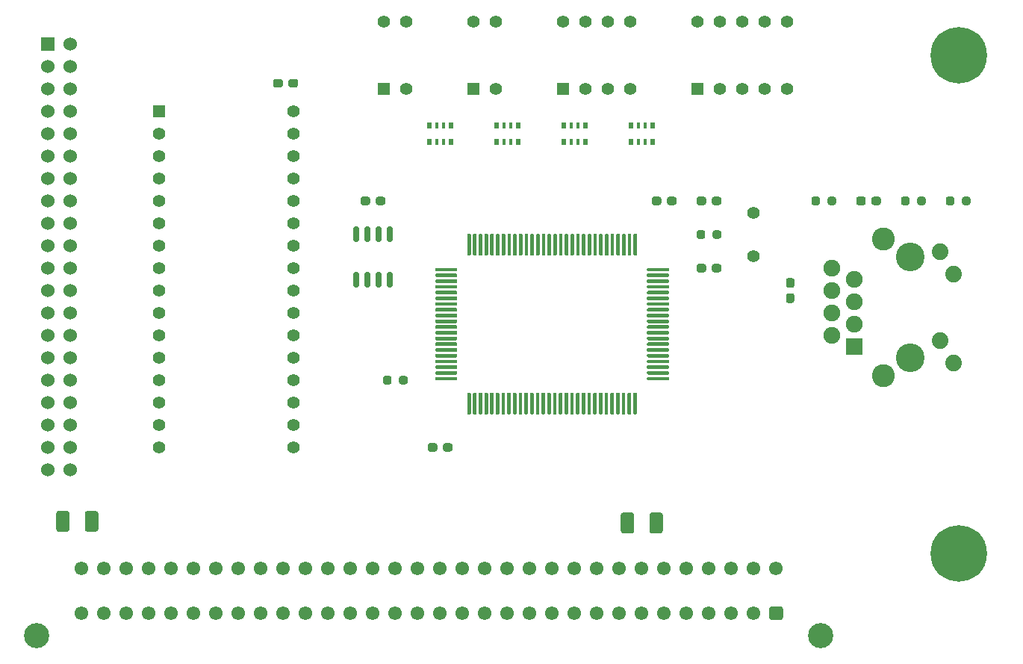
<source format=gts>
%TF.GenerationSoftware,KiCad,Pcbnew,(5.1.12)-1*%
%TF.CreationDate,2022-04-27T23:33:07+02:00*%
%TF.ProjectId,1834_Ethernet,31383334-5f45-4746-9865-726e65742e6b,1.0*%
%TF.SameCoordinates,Original*%
%TF.FileFunction,Soldermask,Top*%
%TF.FilePolarity,Negative*%
%FSLAX46Y46*%
G04 Gerber Fmt 4.6, Leading zero omitted, Abs format (unit mm)*
G04 Created by KiCad (PCBNEW (5.1.12)-1) date 2022-04-27 23:33:07*
%MOMM*%
%LPD*%
G01*
G04 APERTURE LIST*
%ADD10C,1.550000*%
%ADD11C,2.850000*%
%ADD12C,1.524000*%
%ADD13R,1.524000X1.524000*%
%ADD14C,1.397000*%
%ADD15R,1.397000X1.397000*%
%ADD16R,0.500000X0.800000*%
%ADD17R,0.400000X0.800000*%
%ADD18C,6.400000*%
%ADD19C,0.800000*%
%ADD20R,1.900000X1.900000*%
%ADD21C,1.900000*%
%ADD22C,1.890000*%
%ADD23C,2.600000*%
%ADD24C,3.250000*%
G04 APERTURE END LIST*
D10*
%TO.C,BUS2*%
X101600000Y-124206000D03*
X104140000Y-124206000D03*
X106680000Y-124206000D03*
X109220000Y-124206000D03*
X111760000Y-124206000D03*
X114300000Y-124206000D03*
X116840000Y-124206000D03*
X119380000Y-124206000D03*
X121920000Y-124206000D03*
X124460000Y-124206000D03*
X127000000Y-124206000D03*
X129540000Y-124206000D03*
X132080000Y-124206000D03*
X134620000Y-124206000D03*
X137160000Y-124206000D03*
X139700000Y-124206000D03*
X142240000Y-124206000D03*
X144780000Y-124206000D03*
X147320000Y-124206000D03*
X149860000Y-124206000D03*
X152400000Y-124206000D03*
X154940000Y-124206000D03*
X157480000Y-124206000D03*
X160020000Y-124206000D03*
X162560000Y-124206000D03*
X165100000Y-124206000D03*
X167640000Y-124206000D03*
X170180000Y-124206000D03*
X172720000Y-124206000D03*
X175260000Y-124206000D03*
X177800000Y-124206000D03*
X180340000Y-124206000D03*
X101600000Y-129286000D03*
X104140000Y-129286000D03*
X106680000Y-129286000D03*
X109220000Y-129286000D03*
X111760000Y-129286000D03*
X114300000Y-129286000D03*
X116840000Y-129286000D03*
X119380000Y-129286000D03*
X121920000Y-129286000D03*
X124460000Y-129286000D03*
X127000000Y-129286000D03*
X129540000Y-129286000D03*
X132080000Y-129286000D03*
X134620000Y-129286000D03*
X137160000Y-129286000D03*
X139700000Y-129286000D03*
X142240000Y-129286000D03*
X144780000Y-129286000D03*
X147320000Y-129286000D03*
X149860000Y-129286000D03*
X152400000Y-129286000D03*
X154940000Y-129286000D03*
X157480000Y-129286000D03*
X160020000Y-129286000D03*
X162560000Y-129286000D03*
X165100000Y-129286000D03*
X167640000Y-129286000D03*
X170180000Y-129286000D03*
X172720000Y-129286000D03*
X175260000Y-129286000D03*
X177800000Y-129286000D03*
G36*
G01*
X181115000Y-128760999D02*
X181115000Y-129811001D01*
G75*
G02*
X180865001Y-130061000I-249999J0D01*
G01*
X179814999Y-130061000D01*
G75*
G02*
X179565000Y-129811001I0J249999D01*
G01*
X179565000Y-128760999D01*
G75*
G02*
X179814999Y-128511000I249999J0D01*
G01*
X180865001Y-128511000D01*
G75*
G02*
X181115000Y-128760999I0J-249999D01*
G01*
G37*
D11*
X96520000Y-131826000D03*
X185420000Y-131826000D03*
%TD*%
D12*
%TO.C,J2*%
X100330000Y-113030000D03*
X97790000Y-113030000D03*
X100330000Y-110490000D03*
X97790000Y-110490000D03*
X100330000Y-107950000D03*
X97790000Y-107950000D03*
X100330000Y-105410000D03*
X97790000Y-105410000D03*
X100330000Y-102870000D03*
X97790000Y-102870000D03*
X97790000Y-100330000D03*
X100330000Y-100330000D03*
X97790000Y-97790000D03*
X100330000Y-97790000D03*
X100330000Y-95250000D03*
X97790000Y-95250000D03*
X100330000Y-92710000D03*
X97790000Y-92710000D03*
X100330000Y-90170000D03*
X97790000Y-90170000D03*
X100330000Y-87630000D03*
X97790000Y-87630000D03*
X100330000Y-85090000D03*
X97790000Y-85090000D03*
X100330000Y-82550000D03*
X97790000Y-82550000D03*
X100330000Y-80010000D03*
X97790000Y-80010000D03*
X100330000Y-77470000D03*
X97790000Y-77470000D03*
X100330000Y-74930000D03*
X97790000Y-74930000D03*
X100330000Y-72390000D03*
X97790000Y-72390000D03*
X100330000Y-69850000D03*
X97790000Y-69850000D03*
X100330000Y-67310000D03*
X97790000Y-67310000D03*
X100330000Y-64770000D03*
D13*
X97790000Y-64770000D03*
%TD*%
D14*
%TO.C,SW4*%
X171450000Y-62230000D03*
X173990000Y-62230000D03*
X176530000Y-62230000D03*
X179070000Y-62230000D03*
X181610000Y-62230000D03*
X181610000Y-69850000D03*
X179070000Y-69850000D03*
X176530000Y-69850000D03*
X173990000Y-69850000D03*
D15*
X171450000Y-69850000D03*
%TD*%
D14*
%TO.C,SW3*%
X156210000Y-62230000D03*
X158750000Y-62230000D03*
X161290000Y-62230000D03*
X163830000Y-62230000D03*
X163830000Y-69850000D03*
X161290000Y-69850000D03*
X158750000Y-69850000D03*
D15*
X156210000Y-69850000D03*
%TD*%
D14*
%TO.C,SW2*%
X146050000Y-62230000D03*
X148590000Y-62230000D03*
X148590000Y-69850000D03*
D15*
X146050000Y-69850000D03*
%TD*%
D14*
%TO.C,SW1*%
X135890000Y-62230000D03*
X138430000Y-62230000D03*
X138430000Y-69850000D03*
D15*
X135890000Y-69850000D03*
%TD*%
D14*
%TO.C,Y1*%
X177800000Y-83919060D03*
X177800000Y-88800940D03*
%TD*%
D15*
%TO.C,U2*%
X110363000Y-72390000D03*
D14*
X110363000Y-74930000D03*
X110363000Y-77470000D03*
X110363000Y-80010000D03*
X110363000Y-82550000D03*
X110363000Y-85090000D03*
X110363000Y-87630000D03*
X110363000Y-90170000D03*
X110363000Y-92710000D03*
X110363000Y-95250000D03*
X110363000Y-97790000D03*
X110363000Y-100330000D03*
X110363000Y-102870000D03*
X110363000Y-105410000D03*
X110363000Y-107950000D03*
X110363000Y-110490000D03*
X125603000Y-110490000D03*
X125603000Y-107950000D03*
X125603000Y-105410000D03*
X125603000Y-102870000D03*
X125603000Y-100330000D03*
X125603000Y-97790000D03*
X125603000Y-95250000D03*
X125603000Y-92710000D03*
X125603000Y-90170000D03*
X125603000Y-87630000D03*
X125603000Y-85090000D03*
X125603000Y-82550000D03*
X125603000Y-80010000D03*
X125603000Y-77470000D03*
X125603000Y-74930000D03*
X125603000Y-72390000D03*
%TD*%
D16*
%TO.C,RN2*%
X151060000Y-74030000D03*
D17*
X150260000Y-74030000D03*
D16*
X148660000Y-74030000D03*
D17*
X149460000Y-74030000D03*
D16*
X151060000Y-75830000D03*
D17*
X149460000Y-75830000D03*
X150260000Y-75830000D03*
D16*
X148660000Y-75830000D03*
%TD*%
D18*
%TO.C,HOLE1*%
X201041000Y-66040000D03*
D19*
X203441000Y-66040000D03*
X202738056Y-67737056D03*
X201041000Y-68440000D03*
X199343944Y-67737056D03*
X198641000Y-66040000D03*
X199343944Y-64342944D03*
X201041000Y-63640000D03*
X202738056Y-64342944D03*
%TD*%
%TO.C,HOLE2*%
X202738056Y-120857944D03*
X201041000Y-120155000D03*
X199343944Y-120857944D03*
X198641000Y-122555000D03*
X199343944Y-124252056D03*
X201041000Y-124955000D03*
X202738056Y-124252056D03*
X203441000Y-122555000D03*
D18*
X201041000Y-122555000D03*
%TD*%
%TO.C,U3*%
G36*
G01*
X132865000Y-92350000D02*
X132565000Y-92350000D01*
G75*
G02*
X132415000Y-92200000I0J150000D01*
G01*
X132415000Y-90750000D01*
G75*
G02*
X132565000Y-90600000I150000J0D01*
G01*
X132865000Y-90600000D01*
G75*
G02*
X133015000Y-90750000I0J-150000D01*
G01*
X133015000Y-92200000D01*
G75*
G02*
X132865000Y-92350000I-150000J0D01*
G01*
G37*
G36*
G01*
X134135000Y-92350000D02*
X133835000Y-92350000D01*
G75*
G02*
X133685000Y-92200000I0J150000D01*
G01*
X133685000Y-90750000D01*
G75*
G02*
X133835000Y-90600000I150000J0D01*
G01*
X134135000Y-90600000D01*
G75*
G02*
X134285000Y-90750000I0J-150000D01*
G01*
X134285000Y-92200000D01*
G75*
G02*
X134135000Y-92350000I-150000J0D01*
G01*
G37*
G36*
G01*
X135405000Y-92350000D02*
X135105000Y-92350000D01*
G75*
G02*
X134955000Y-92200000I0J150000D01*
G01*
X134955000Y-90750000D01*
G75*
G02*
X135105000Y-90600000I150000J0D01*
G01*
X135405000Y-90600000D01*
G75*
G02*
X135555000Y-90750000I0J-150000D01*
G01*
X135555000Y-92200000D01*
G75*
G02*
X135405000Y-92350000I-150000J0D01*
G01*
G37*
G36*
G01*
X136675000Y-92350000D02*
X136375000Y-92350000D01*
G75*
G02*
X136225000Y-92200000I0J150000D01*
G01*
X136225000Y-90750000D01*
G75*
G02*
X136375000Y-90600000I150000J0D01*
G01*
X136675000Y-90600000D01*
G75*
G02*
X136825000Y-90750000I0J-150000D01*
G01*
X136825000Y-92200000D01*
G75*
G02*
X136675000Y-92350000I-150000J0D01*
G01*
G37*
G36*
G01*
X136675000Y-87200000D02*
X136375000Y-87200000D01*
G75*
G02*
X136225000Y-87050000I0J150000D01*
G01*
X136225000Y-85600000D01*
G75*
G02*
X136375000Y-85450000I150000J0D01*
G01*
X136675000Y-85450000D01*
G75*
G02*
X136825000Y-85600000I0J-150000D01*
G01*
X136825000Y-87050000D01*
G75*
G02*
X136675000Y-87200000I-150000J0D01*
G01*
G37*
G36*
G01*
X135405000Y-87200000D02*
X135105000Y-87200000D01*
G75*
G02*
X134955000Y-87050000I0J150000D01*
G01*
X134955000Y-85600000D01*
G75*
G02*
X135105000Y-85450000I150000J0D01*
G01*
X135405000Y-85450000D01*
G75*
G02*
X135555000Y-85600000I0J-150000D01*
G01*
X135555000Y-87050000D01*
G75*
G02*
X135405000Y-87200000I-150000J0D01*
G01*
G37*
G36*
G01*
X134135000Y-87200000D02*
X133835000Y-87200000D01*
G75*
G02*
X133685000Y-87050000I0J150000D01*
G01*
X133685000Y-85600000D01*
G75*
G02*
X133835000Y-85450000I150000J0D01*
G01*
X134135000Y-85450000D01*
G75*
G02*
X134285000Y-85600000I0J-150000D01*
G01*
X134285000Y-87050000D01*
G75*
G02*
X134135000Y-87200000I-150000J0D01*
G01*
G37*
G36*
G01*
X132865000Y-87200000D02*
X132565000Y-87200000D01*
G75*
G02*
X132415000Y-87050000I0J150000D01*
G01*
X132415000Y-85600000D01*
G75*
G02*
X132565000Y-85450000I150000J0D01*
G01*
X132865000Y-85450000D01*
G75*
G02*
X133015000Y-85600000I0J-150000D01*
G01*
X133015000Y-87050000D01*
G75*
G02*
X132865000Y-87200000I-150000J0D01*
G01*
G37*
%TD*%
%TO.C,C1*%
G36*
G01*
X172395000Y-89932500D02*
X172395000Y-90407500D01*
G75*
G02*
X172157500Y-90645000I-237500J0D01*
G01*
X171557500Y-90645000D01*
G75*
G02*
X171320000Y-90407500I0J237500D01*
G01*
X171320000Y-89932500D01*
G75*
G02*
X171557500Y-89695000I237500J0D01*
G01*
X172157500Y-89695000D01*
G75*
G02*
X172395000Y-89932500I0J-237500D01*
G01*
G37*
G36*
G01*
X174120000Y-89932500D02*
X174120000Y-90407500D01*
G75*
G02*
X173882500Y-90645000I-237500J0D01*
G01*
X173282500Y-90645000D01*
G75*
G02*
X173045000Y-90407500I0J237500D01*
G01*
X173045000Y-89932500D01*
G75*
G02*
X173282500Y-89695000I237500J0D01*
G01*
X173882500Y-89695000D01*
G75*
G02*
X174120000Y-89932500I0J-237500D01*
G01*
G37*
%TD*%
%TO.C,C2*%
G36*
G01*
X174120000Y-82312500D02*
X174120000Y-82787500D01*
G75*
G02*
X173882500Y-83025000I-237500J0D01*
G01*
X173282500Y-83025000D01*
G75*
G02*
X173045000Y-82787500I0J237500D01*
G01*
X173045000Y-82312500D01*
G75*
G02*
X173282500Y-82075000I237500J0D01*
G01*
X173882500Y-82075000D01*
G75*
G02*
X174120000Y-82312500I0J-237500D01*
G01*
G37*
G36*
G01*
X172395000Y-82312500D02*
X172395000Y-82787500D01*
G75*
G02*
X172157500Y-83025000I-237500J0D01*
G01*
X171557500Y-83025000D01*
G75*
G02*
X171320000Y-82787500I0J237500D01*
G01*
X171320000Y-82312500D01*
G75*
G02*
X171557500Y-82075000I237500J0D01*
G01*
X172157500Y-82075000D01*
G75*
G02*
X172395000Y-82312500I0J-237500D01*
G01*
G37*
%TD*%
%TO.C,C3*%
G36*
G01*
X182165000Y-94110000D02*
X181690000Y-94110000D01*
G75*
G02*
X181452500Y-93872500I0J237500D01*
G01*
X181452500Y-93272500D01*
G75*
G02*
X181690000Y-93035000I237500J0D01*
G01*
X182165000Y-93035000D01*
G75*
G02*
X182402500Y-93272500I0J-237500D01*
G01*
X182402500Y-93872500D01*
G75*
G02*
X182165000Y-94110000I-237500J0D01*
G01*
G37*
G36*
G01*
X182165000Y-92385000D02*
X181690000Y-92385000D01*
G75*
G02*
X181452500Y-92147500I0J237500D01*
G01*
X181452500Y-91547500D01*
G75*
G02*
X181690000Y-91310000I237500J0D01*
G01*
X182165000Y-91310000D01*
G75*
G02*
X182402500Y-91547500I0J-237500D01*
G01*
X182402500Y-92147500D01*
G75*
G02*
X182165000Y-92385000I-237500J0D01*
G01*
G37*
%TD*%
%TO.C,C4*%
G36*
G01*
X191142500Y-82787500D02*
X191142500Y-82312500D01*
G75*
G02*
X191380000Y-82075000I237500J0D01*
G01*
X191980000Y-82075000D01*
G75*
G02*
X192217500Y-82312500I0J-237500D01*
G01*
X192217500Y-82787500D01*
G75*
G02*
X191980000Y-83025000I-237500J0D01*
G01*
X191380000Y-83025000D01*
G75*
G02*
X191142500Y-82787500I0J237500D01*
G01*
G37*
G36*
G01*
X189417500Y-82787500D02*
X189417500Y-82312500D01*
G75*
G02*
X189655000Y-82075000I237500J0D01*
G01*
X190255000Y-82075000D01*
G75*
G02*
X190492500Y-82312500I0J-237500D01*
G01*
X190492500Y-82787500D01*
G75*
G02*
X190255000Y-83025000I-237500J0D01*
G01*
X189655000Y-83025000D01*
G75*
G02*
X189417500Y-82787500I0J237500D01*
G01*
G37*
%TD*%
%TO.C,C5*%
G36*
G01*
X167315000Y-82312500D02*
X167315000Y-82787500D01*
G75*
G02*
X167077500Y-83025000I-237500J0D01*
G01*
X166477500Y-83025000D01*
G75*
G02*
X166240000Y-82787500I0J237500D01*
G01*
X166240000Y-82312500D01*
G75*
G02*
X166477500Y-82075000I237500J0D01*
G01*
X167077500Y-82075000D01*
G75*
G02*
X167315000Y-82312500I0J-237500D01*
G01*
G37*
G36*
G01*
X169040000Y-82312500D02*
X169040000Y-82787500D01*
G75*
G02*
X168802500Y-83025000I-237500J0D01*
G01*
X168202500Y-83025000D01*
G75*
G02*
X167965000Y-82787500I0J237500D01*
G01*
X167965000Y-82312500D01*
G75*
G02*
X168202500Y-82075000I237500J0D01*
G01*
X168802500Y-82075000D01*
G75*
G02*
X169040000Y-82312500I0J-237500D01*
G01*
G37*
%TD*%
%TO.C,C6*%
G36*
G01*
X143640000Y-110252500D02*
X143640000Y-110727500D01*
G75*
G02*
X143402500Y-110965000I-237500J0D01*
G01*
X142802500Y-110965000D01*
G75*
G02*
X142565000Y-110727500I0J237500D01*
G01*
X142565000Y-110252500D01*
G75*
G02*
X142802500Y-110015000I237500J0D01*
G01*
X143402500Y-110015000D01*
G75*
G02*
X143640000Y-110252500I0J-237500D01*
G01*
G37*
G36*
G01*
X141915000Y-110252500D02*
X141915000Y-110727500D01*
G75*
G02*
X141677500Y-110965000I-237500J0D01*
G01*
X141077500Y-110965000D01*
G75*
G02*
X140840000Y-110727500I0J237500D01*
G01*
X140840000Y-110252500D01*
G75*
G02*
X141077500Y-110015000I237500J0D01*
G01*
X141677500Y-110015000D01*
G75*
G02*
X141915000Y-110252500I0J-237500D01*
G01*
G37*
%TD*%
%TO.C,C7*%
G36*
G01*
X124389000Y-68977500D02*
X124389000Y-69452500D01*
G75*
G02*
X124151500Y-69690000I-237500J0D01*
G01*
X123551500Y-69690000D01*
G75*
G02*
X123314000Y-69452500I0J237500D01*
G01*
X123314000Y-68977500D01*
G75*
G02*
X123551500Y-68740000I237500J0D01*
G01*
X124151500Y-68740000D01*
G75*
G02*
X124389000Y-68977500I0J-237500D01*
G01*
G37*
G36*
G01*
X126114000Y-68977500D02*
X126114000Y-69452500D01*
G75*
G02*
X125876500Y-69690000I-237500J0D01*
G01*
X125276500Y-69690000D01*
G75*
G02*
X125039000Y-69452500I0J237500D01*
G01*
X125039000Y-68977500D01*
G75*
G02*
X125276500Y-68740000I237500J0D01*
G01*
X125876500Y-68740000D01*
G75*
G02*
X126114000Y-68977500I0J-237500D01*
G01*
G37*
%TD*%
%TO.C,C8*%
G36*
G01*
X133220000Y-82787500D02*
X133220000Y-82312500D01*
G75*
G02*
X133457500Y-82075000I237500J0D01*
G01*
X134057500Y-82075000D01*
G75*
G02*
X134295000Y-82312500I0J-237500D01*
G01*
X134295000Y-82787500D01*
G75*
G02*
X134057500Y-83025000I-237500J0D01*
G01*
X133457500Y-83025000D01*
G75*
G02*
X133220000Y-82787500I0J237500D01*
G01*
G37*
G36*
G01*
X134945000Y-82787500D02*
X134945000Y-82312500D01*
G75*
G02*
X135182500Y-82075000I237500J0D01*
G01*
X135782500Y-82075000D01*
G75*
G02*
X136020000Y-82312500I0J-237500D01*
G01*
X136020000Y-82787500D01*
G75*
G02*
X135782500Y-83025000I-237500J0D01*
G01*
X135182500Y-83025000D01*
G75*
G02*
X134945000Y-82787500I0J237500D01*
G01*
G37*
%TD*%
%TO.C,R1*%
G36*
G01*
X185312500Y-82312500D02*
X185312500Y-82787500D01*
G75*
G02*
X185075000Y-83025000I-237500J0D01*
G01*
X184575000Y-83025000D01*
G75*
G02*
X184337500Y-82787500I0J237500D01*
G01*
X184337500Y-82312500D01*
G75*
G02*
X184575000Y-82075000I237500J0D01*
G01*
X185075000Y-82075000D01*
G75*
G02*
X185312500Y-82312500I0J-237500D01*
G01*
G37*
G36*
G01*
X187137500Y-82312500D02*
X187137500Y-82787500D01*
G75*
G02*
X186900000Y-83025000I-237500J0D01*
G01*
X186400000Y-83025000D01*
G75*
G02*
X186162500Y-82787500I0J237500D01*
G01*
X186162500Y-82312500D01*
G75*
G02*
X186400000Y-82075000I237500J0D01*
G01*
X186900000Y-82075000D01*
G75*
G02*
X187137500Y-82312500I0J-237500D01*
G01*
G37*
%TD*%
%TO.C,R2*%
G36*
G01*
X197297500Y-82312500D02*
X197297500Y-82787500D01*
G75*
G02*
X197060000Y-83025000I-237500J0D01*
G01*
X196560000Y-83025000D01*
G75*
G02*
X196322500Y-82787500I0J237500D01*
G01*
X196322500Y-82312500D01*
G75*
G02*
X196560000Y-82075000I237500J0D01*
G01*
X197060000Y-82075000D01*
G75*
G02*
X197297500Y-82312500I0J-237500D01*
G01*
G37*
G36*
G01*
X195472500Y-82312500D02*
X195472500Y-82787500D01*
G75*
G02*
X195235000Y-83025000I-237500J0D01*
G01*
X194735000Y-83025000D01*
G75*
G02*
X194497500Y-82787500I0J237500D01*
G01*
X194497500Y-82312500D01*
G75*
G02*
X194735000Y-82075000I237500J0D01*
G01*
X195235000Y-82075000D01*
G75*
G02*
X195472500Y-82312500I0J-237500D01*
G01*
G37*
%TD*%
%TO.C,R3*%
G36*
G01*
X200552500Y-82312500D02*
X200552500Y-82787500D01*
G75*
G02*
X200315000Y-83025000I-237500J0D01*
G01*
X199815000Y-83025000D01*
G75*
G02*
X199577500Y-82787500I0J237500D01*
G01*
X199577500Y-82312500D01*
G75*
G02*
X199815000Y-82075000I237500J0D01*
G01*
X200315000Y-82075000D01*
G75*
G02*
X200552500Y-82312500I0J-237500D01*
G01*
G37*
G36*
G01*
X202377500Y-82312500D02*
X202377500Y-82787500D01*
G75*
G02*
X202140000Y-83025000I-237500J0D01*
G01*
X201640000Y-83025000D01*
G75*
G02*
X201402500Y-82787500I0J237500D01*
G01*
X201402500Y-82312500D01*
G75*
G02*
X201640000Y-82075000I237500J0D01*
G01*
X202140000Y-82075000D01*
G75*
G02*
X202377500Y-82312500I0J-237500D01*
G01*
G37*
%TD*%
%TO.C,R6*%
G36*
G01*
X135760000Y-103107500D02*
X135760000Y-102632500D01*
G75*
G02*
X135997500Y-102395000I237500J0D01*
G01*
X136497500Y-102395000D01*
G75*
G02*
X136735000Y-102632500I0J-237500D01*
G01*
X136735000Y-103107500D01*
G75*
G02*
X136497500Y-103345000I-237500J0D01*
G01*
X135997500Y-103345000D01*
G75*
G02*
X135760000Y-103107500I0J237500D01*
G01*
G37*
G36*
G01*
X137585000Y-103107500D02*
X137585000Y-102632500D01*
G75*
G02*
X137822500Y-102395000I237500J0D01*
G01*
X138322500Y-102395000D01*
G75*
G02*
X138560000Y-102632500I0J-237500D01*
G01*
X138560000Y-103107500D01*
G75*
G02*
X138322500Y-103345000I-237500J0D01*
G01*
X137822500Y-103345000D01*
G75*
G02*
X137585000Y-103107500I0J237500D01*
G01*
G37*
%TD*%
%TO.C,R7*%
G36*
G01*
X172295000Y-86122500D02*
X172295000Y-86597500D01*
G75*
G02*
X172057500Y-86835000I-237500J0D01*
G01*
X171557500Y-86835000D01*
G75*
G02*
X171320000Y-86597500I0J237500D01*
G01*
X171320000Y-86122500D01*
G75*
G02*
X171557500Y-85885000I237500J0D01*
G01*
X172057500Y-85885000D01*
G75*
G02*
X172295000Y-86122500I0J-237500D01*
G01*
G37*
G36*
G01*
X174120000Y-86122500D02*
X174120000Y-86597500D01*
G75*
G02*
X173882500Y-86835000I-237500J0D01*
G01*
X173382500Y-86835000D01*
G75*
G02*
X173145000Y-86597500I0J237500D01*
G01*
X173145000Y-86122500D01*
G75*
G02*
X173382500Y-85885000I237500J0D01*
G01*
X173882500Y-85885000D01*
G75*
G02*
X174120000Y-86122500I0J-237500D01*
G01*
G37*
%TD*%
D16*
%TO.C,RN1*%
X141040000Y-75830000D03*
D17*
X142640000Y-75830000D03*
X141840000Y-75830000D03*
D16*
X143440000Y-75830000D03*
D17*
X141840000Y-74030000D03*
D16*
X141040000Y-74030000D03*
D17*
X142640000Y-74030000D03*
D16*
X143440000Y-74030000D03*
%TD*%
%TO.C,RN3*%
X163900000Y-75830000D03*
D17*
X165500000Y-75830000D03*
X164700000Y-75830000D03*
D16*
X166300000Y-75830000D03*
D17*
X164700000Y-74030000D03*
D16*
X163900000Y-74030000D03*
D17*
X165500000Y-74030000D03*
D16*
X166300000Y-74030000D03*
%TD*%
%TO.C,U1*%
G36*
G01*
X145615000Y-106770000D02*
X145415000Y-106770000D01*
G75*
G02*
X145315000Y-106670000I0J100000D01*
G01*
X145315000Y-104370000D01*
G75*
G02*
X145415000Y-104270000I100000J0D01*
G01*
X145615000Y-104270000D01*
G75*
G02*
X145715000Y-104370000I0J-100000D01*
G01*
X145715000Y-106670000D01*
G75*
G02*
X145615000Y-106770000I-100000J0D01*
G01*
G37*
G36*
G01*
X146265000Y-106770000D02*
X146065000Y-106770000D01*
G75*
G02*
X145965000Y-106670000I0J100000D01*
G01*
X145965000Y-104370000D01*
G75*
G02*
X146065000Y-104270000I100000J0D01*
G01*
X146265000Y-104270000D01*
G75*
G02*
X146365000Y-104370000I0J-100000D01*
G01*
X146365000Y-106670000D01*
G75*
G02*
X146265000Y-106770000I-100000J0D01*
G01*
G37*
G36*
G01*
X146915000Y-106770000D02*
X146715000Y-106770000D01*
G75*
G02*
X146615000Y-106670000I0J100000D01*
G01*
X146615000Y-104370000D01*
G75*
G02*
X146715000Y-104270000I100000J0D01*
G01*
X146915000Y-104270000D01*
G75*
G02*
X147015000Y-104370000I0J-100000D01*
G01*
X147015000Y-106670000D01*
G75*
G02*
X146915000Y-106770000I-100000J0D01*
G01*
G37*
G36*
G01*
X147565000Y-106770000D02*
X147365000Y-106770000D01*
G75*
G02*
X147265000Y-106670000I0J100000D01*
G01*
X147265000Y-104370000D01*
G75*
G02*
X147365000Y-104270000I100000J0D01*
G01*
X147565000Y-104270000D01*
G75*
G02*
X147665000Y-104370000I0J-100000D01*
G01*
X147665000Y-106670000D01*
G75*
G02*
X147565000Y-106770000I-100000J0D01*
G01*
G37*
G36*
G01*
X148190000Y-106770000D02*
X147990000Y-106770000D01*
G75*
G02*
X147890000Y-106670000I0J100000D01*
G01*
X147890000Y-104370000D01*
G75*
G02*
X147990000Y-104270000I100000J0D01*
G01*
X148190000Y-104270000D01*
G75*
G02*
X148290000Y-104370000I0J-100000D01*
G01*
X148290000Y-106670000D01*
G75*
G02*
X148190000Y-106770000I-100000J0D01*
G01*
G37*
G36*
G01*
X148840000Y-106770000D02*
X148640000Y-106770000D01*
G75*
G02*
X148540000Y-106670000I0J100000D01*
G01*
X148540000Y-104370000D01*
G75*
G02*
X148640000Y-104270000I100000J0D01*
G01*
X148840000Y-104270000D01*
G75*
G02*
X148940000Y-104370000I0J-100000D01*
G01*
X148940000Y-106670000D01*
G75*
G02*
X148840000Y-106770000I-100000J0D01*
G01*
G37*
G36*
G01*
X149490000Y-106770000D02*
X149290000Y-106770000D01*
G75*
G02*
X149190000Y-106670000I0J100000D01*
G01*
X149190000Y-104370000D01*
G75*
G02*
X149290000Y-104270000I100000J0D01*
G01*
X149490000Y-104270000D01*
G75*
G02*
X149590000Y-104370000I0J-100000D01*
G01*
X149590000Y-106670000D01*
G75*
G02*
X149490000Y-106770000I-100000J0D01*
G01*
G37*
G36*
G01*
X150140000Y-106770000D02*
X149940000Y-106770000D01*
G75*
G02*
X149840000Y-106670000I0J100000D01*
G01*
X149840000Y-104370000D01*
G75*
G02*
X149940000Y-104270000I100000J0D01*
G01*
X150140000Y-104270000D01*
G75*
G02*
X150240000Y-104370000I0J-100000D01*
G01*
X150240000Y-106670000D01*
G75*
G02*
X150140000Y-106770000I-100000J0D01*
G01*
G37*
G36*
G01*
X150790000Y-106770000D02*
X150590000Y-106770000D01*
G75*
G02*
X150490000Y-106670000I0J100000D01*
G01*
X150490000Y-104370000D01*
G75*
G02*
X150590000Y-104270000I100000J0D01*
G01*
X150790000Y-104270000D01*
G75*
G02*
X150890000Y-104370000I0J-100000D01*
G01*
X150890000Y-106670000D01*
G75*
G02*
X150790000Y-106770000I-100000J0D01*
G01*
G37*
G36*
G01*
X151440000Y-106770000D02*
X151240000Y-106770000D01*
G75*
G02*
X151140000Y-106670000I0J100000D01*
G01*
X151140000Y-104370000D01*
G75*
G02*
X151240000Y-104270000I100000J0D01*
G01*
X151440000Y-104270000D01*
G75*
G02*
X151540000Y-104370000I0J-100000D01*
G01*
X151540000Y-106670000D01*
G75*
G02*
X151440000Y-106770000I-100000J0D01*
G01*
G37*
G36*
G01*
X152090000Y-106770000D02*
X151890000Y-106770000D01*
G75*
G02*
X151790000Y-106670000I0J100000D01*
G01*
X151790000Y-104370000D01*
G75*
G02*
X151890000Y-104270000I100000J0D01*
G01*
X152090000Y-104270000D01*
G75*
G02*
X152190000Y-104370000I0J-100000D01*
G01*
X152190000Y-106670000D01*
G75*
G02*
X152090000Y-106770000I-100000J0D01*
G01*
G37*
G36*
G01*
X152740000Y-106770000D02*
X152540000Y-106770000D01*
G75*
G02*
X152440000Y-106670000I0J100000D01*
G01*
X152440000Y-104370000D01*
G75*
G02*
X152540000Y-104270000I100000J0D01*
G01*
X152740000Y-104270000D01*
G75*
G02*
X152840000Y-104370000I0J-100000D01*
G01*
X152840000Y-106670000D01*
G75*
G02*
X152740000Y-106770000I-100000J0D01*
G01*
G37*
G36*
G01*
X153390000Y-106770000D02*
X153190000Y-106770000D01*
G75*
G02*
X153090000Y-106670000I0J100000D01*
G01*
X153090000Y-104370000D01*
G75*
G02*
X153190000Y-104270000I100000J0D01*
G01*
X153390000Y-104270000D01*
G75*
G02*
X153490000Y-104370000I0J-100000D01*
G01*
X153490000Y-106670000D01*
G75*
G02*
X153390000Y-106770000I-100000J0D01*
G01*
G37*
G36*
G01*
X154040000Y-106770000D02*
X153840000Y-106770000D01*
G75*
G02*
X153740000Y-106670000I0J100000D01*
G01*
X153740000Y-104370000D01*
G75*
G02*
X153840000Y-104270000I100000J0D01*
G01*
X154040000Y-104270000D01*
G75*
G02*
X154140000Y-104370000I0J-100000D01*
G01*
X154140000Y-106670000D01*
G75*
G02*
X154040000Y-106770000I-100000J0D01*
G01*
G37*
G36*
G01*
X154690000Y-106770000D02*
X154490000Y-106770000D01*
G75*
G02*
X154390000Y-106670000I0J100000D01*
G01*
X154390000Y-104370000D01*
G75*
G02*
X154490000Y-104270000I100000J0D01*
G01*
X154690000Y-104270000D01*
G75*
G02*
X154790000Y-104370000I0J-100000D01*
G01*
X154790000Y-106670000D01*
G75*
G02*
X154690000Y-106770000I-100000J0D01*
G01*
G37*
G36*
G01*
X155340000Y-106770000D02*
X155140000Y-106770000D01*
G75*
G02*
X155040000Y-106670000I0J100000D01*
G01*
X155040000Y-104370000D01*
G75*
G02*
X155140000Y-104270000I100000J0D01*
G01*
X155340000Y-104270000D01*
G75*
G02*
X155440000Y-104370000I0J-100000D01*
G01*
X155440000Y-106670000D01*
G75*
G02*
X155340000Y-106770000I-100000J0D01*
G01*
G37*
G36*
G01*
X155990000Y-106770000D02*
X155790000Y-106770000D01*
G75*
G02*
X155690000Y-106670000I0J100000D01*
G01*
X155690000Y-104370000D01*
G75*
G02*
X155790000Y-104270000I100000J0D01*
G01*
X155990000Y-104270000D01*
G75*
G02*
X156090000Y-104370000I0J-100000D01*
G01*
X156090000Y-106670000D01*
G75*
G02*
X155990000Y-106770000I-100000J0D01*
G01*
G37*
G36*
G01*
X156640000Y-106770000D02*
X156440000Y-106770000D01*
G75*
G02*
X156340000Y-106670000I0J100000D01*
G01*
X156340000Y-104370000D01*
G75*
G02*
X156440000Y-104270000I100000J0D01*
G01*
X156640000Y-104270000D01*
G75*
G02*
X156740000Y-104370000I0J-100000D01*
G01*
X156740000Y-106670000D01*
G75*
G02*
X156640000Y-106770000I-100000J0D01*
G01*
G37*
G36*
G01*
X157290000Y-106770000D02*
X157090000Y-106770000D01*
G75*
G02*
X156990000Y-106670000I0J100000D01*
G01*
X156990000Y-104370000D01*
G75*
G02*
X157090000Y-104270000I100000J0D01*
G01*
X157290000Y-104270000D01*
G75*
G02*
X157390000Y-104370000I0J-100000D01*
G01*
X157390000Y-106670000D01*
G75*
G02*
X157290000Y-106770000I-100000J0D01*
G01*
G37*
G36*
G01*
X157940000Y-106770000D02*
X157740000Y-106770000D01*
G75*
G02*
X157640000Y-106670000I0J100000D01*
G01*
X157640000Y-104370000D01*
G75*
G02*
X157740000Y-104270000I100000J0D01*
G01*
X157940000Y-104270000D01*
G75*
G02*
X158040000Y-104370000I0J-100000D01*
G01*
X158040000Y-106670000D01*
G75*
G02*
X157940000Y-106770000I-100000J0D01*
G01*
G37*
G36*
G01*
X158590000Y-106770000D02*
X158390000Y-106770000D01*
G75*
G02*
X158290000Y-106670000I0J100000D01*
G01*
X158290000Y-104370000D01*
G75*
G02*
X158390000Y-104270000I100000J0D01*
G01*
X158590000Y-104270000D01*
G75*
G02*
X158690000Y-104370000I0J-100000D01*
G01*
X158690000Y-106670000D01*
G75*
G02*
X158590000Y-106770000I-100000J0D01*
G01*
G37*
G36*
G01*
X159240000Y-106770000D02*
X159040000Y-106770000D01*
G75*
G02*
X158940000Y-106670000I0J100000D01*
G01*
X158940000Y-104370000D01*
G75*
G02*
X159040000Y-104270000I100000J0D01*
G01*
X159240000Y-104270000D01*
G75*
G02*
X159340000Y-104370000I0J-100000D01*
G01*
X159340000Y-106670000D01*
G75*
G02*
X159240000Y-106770000I-100000J0D01*
G01*
G37*
G36*
G01*
X159890000Y-106770000D02*
X159690000Y-106770000D01*
G75*
G02*
X159590000Y-106670000I0J100000D01*
G01*
X159590000Y-104370000D01*
G75*
G02*
X159690000Y-104270000I100000J0D01*
G01*
X159890000Y-104270000D01*
G75*
G02*
X159990000Y-104370000I0J-100000D01*
G01*
X159990000Y-106670000D01*
G75*
G02*
X159890000Y-106770000I-100000J0D01*
G01*
G37*
G36*
G01*
X160540000Y-106770000D02*
X160340000Y-106770000D01*
G75*
G02*
X160240000Y-106670000I0J100000D01*
G01*
X160240000Y-104370000D01*
G75*
G02*
X160340000Y-104270000I100000J0D01*
G01*
X160540000Y-104270000D01*
G75*
G02*
X160640000Y-104370000I0J-100000D01*
G01*
X160640000Y-106670000D01*
G75*
G02*
X160540000Y-106770000I-100000J0D01*
G01*
G37*
G36*
G01*
X161190000Y-106770000D02*
X160990000Y-106770000D01*
G75*
G02*
X160890000Y-106670000I0J100000D01*
G01*
X160890000Y-104370000D01*
G75*
G02*
X160990000Y-104270000I100000J0D01*
G01*
X161190000Y-104270000D01*
G75*
G02*
X161290000Y-104370000I0J-100000D01*
G01*
X161290000Y-106670000D01*
G75*
G02*
X161190000Y-106770000I-100000J0D01*
G01*
G37*
G36*
G01*
X161840000Y-106770000D02*
X161640000Y-106770000D01*
G75*
G02*
X161540000Y-106670000I0J100000D01*
G01*
X161540000Y-104370000D01*
G75*
G02*
X161640000Y-104270000I100000J0D01*
G01*
X161840000Y-104270000D01*
G75*
G02*
X161940000Y-104370000I0J-100000D01*
G01*
X161940000Y-106670000D01*
G75*
G02*
X161840000Y-106770000I-100000J0D01*
G01*
G37*
G36*
G01*
X162490000Y-106770000D02*
X162290000Y-106770000D01*
G75*
G02*
X162190000Y-106670000I0J100000D01*
G01*
X162190000Y-104370000D01*
G75*
G02*
X162290000Y-104270000I100000J0D01*
G01*
X162490000Y-104270000D01*
G75*
G02*
X162590000Y-104370000I0J-100000D01*
G01*
X162590000Y-106670000D01*
G75*
G02*
X162490000Y-106770000I-100000J0D01*
G01*
G37*
G36*
G01*
X163140000Y-106770000D02*
X162940000Y-106770000D01*
G75*
G02*
X162840000Y-106670000I0J100000D01*
G01*
X162840000Y-104370000D01*
G75*
G02*
X162940000Y-104270000I100000J0D01*
G01*
X163140000Y-104270000D01*
G75*
G02*
X163240000Y-104370000I0J-100000D01*
G01*
X163240000Y-106670000D01*
G75*
G02*
X163140000Y-106770000I-100000J0D01*
G01*
G37*
G36*
G01*
X163790000Y-106770000D02*
X163590000Y-106770000D01*
G75*
G02*
X163490000Y-106670000I0J100000D01*
G01*
X163490000Y-104370000D01*
G75*
G02*
X163590000Y-104270000I100000J0D01*
G01*
X163790000Y-104270000D01*
G75*
G02*
X163890000Y-104370000I0J-100000D01*
G01*
X163890000Y-106670000D01*
G75*
G02*
X163790000Y-106770000I-100000J0D01*
G01*
G37*
G36*
G01*
X164440000Y-106770000D02*
X164240000Y-106770000D01*
G75*
G02*
X164140000Y-106670000I0J100000D01*
G01*
X164140000Y-104370000D01*
G75*
G02*
X164240000Y-104270000I100000J0D01*
G01*
X164440000Y-104270000D01*
G75*
G02*
X164540000Y-104370000I0J-100000D01*
G01*
X164540000Y-106670000D01*
G75*
G02*
X164440000Y-106770000I-100000J0D01*
G01*
G37*
G36*
G01*
X168190000Y-102595000D02*
X168190000Y-102795000D01*
G75*
G02*
X168090000Y-102895000I-100000J0D01*
G01*
X165790000Y-102895000D01*
G75*
G02*
X165690000Y-102795000I0J100000D01*
G01*
X165690000Y-102595000D01*
G75*
G02*
X165790000Y-102495000I100000J0D01*
G01*
X168090000Y-102495000D01*
G75*
G02*
X168190000Y-102595000I0J-100000D01*
G01*
G37*
G36*
G01*
X168190000Y-101945000D02*
X168190000Y-102145000D01*
G75*
G02*
X168090000Y-102245000I-100000J0D01*
G01*
X165790000Y-102245000D01*
G75*
G02*
X165690000Y-102145000I0J100000D01*
G01*
X165690000Y-101945000D01*
G75*
G02*
X165790000Y-101845000I100000J0D01*
G01*
X168090000Y-101845000D01*
G75*
G02*
X168190000Y-101945000I0J-100000D01*
G01*
G37*
G36*
G01*
X168190000Y-101295000D02*
X168190000Y-101495000D01*
G75*
G02*
X168090000Y-101595000I-100000J0D01*
G01*
X165790000Y-101595000D01*
G75*
G02*
X165690000Y-101495000I0J100000D01*
G01*
X165690000Y-101295000D01*
G75*
G02*
X165790000Y-101195000I100000J0D01*
G01*
X168090000Y-101195000D01*
G75*
G02*
X168190000Y-101295000I0J-100000D01*
G01*
G37*
G36*
G01*
X168190000Y-100645000D02*
X168190000Y-100845000D01*
G75*
G02*
X168090000Y-100945000I-100000J0D01*
G01*
X165790000Y-100945000D01*
G75*
G02*
X165690000Y-100845000I0J100000D01*
G01*
X165690000Y-100645000D01*
G75*
G02*
X165790000Y-100545000I100000J0D01*
G01*
X168090000Y-100545000D01*
G75*
G02*
X168190000Y-100645000I0J-100000D01*
G01*
G37*
G36*
G01*
X168190000Y-99995000D02*
X168190000Y-100195000D01*
G75*
G02*
X168090000Y-100295000I-100000J0D01*
G01*
X165790000Y-100295000D01*
G75*
G02*
X165690000Y-100195000I0J100000D01*
G01*
X165690000Y-99995000D01*
G75*
G02*
X165790000Y-99895000I100000J0D01*
G01*
X168090000Y-99895000D01*
G75*
G02*
X168190000Y-99995000I0J-100000D01*
G01*
G37*
G36*
G01*
X168190000Y-99345000D02*
X168190000Y-99545000D01*
G75*
G02*
X168090000Y-99645000I-100000J0D01*
G01*
X165790000Y-99645000D01*
G75*
G02*
X165690000Y-99545000I0J100000D01*
G01*
X165690000Y-99345000D01*
G75*
G02*
X165790000Y-99245000I100000J0D01*
G01*
X168090000Y-99245000D01*
G75*
G02*
X168190000Y-99345000I0J-100000D01*
G01*
G37*
G36*
G01*
X168190000Y-98695000D02*
X168190000Y-98895000D01*
G75*
G02*
X168090000Y-98995000I-100000J0D01*
G01*
X165790000Y-98995000D01*
G75*
G02*
X165690000Y-98895000I0J100000D01*
G01*
X165690000Y-98695000D01*
G75*
G02*
X165790000Y-98595000I100000J0D01*
G01*
X168090000Y-98595000D01*
G75*
G02*
X168190000Y-98695000I0J-100000D01*
G01*
G37*
G36*
G01*
X168190000Y-98045000D02*
X168190000Y-98245000D01*
G75*
G02*
X168090000Y-98345000I-100000J0D01*
G01*
X165790000Y-98345000D01*
G75*
G02*
X165690000Y-98245000I0J100000D01*
G01*
X165690000Y-98045000D01*
G75*
G02*
X165790000Y-97945000I100000J0D01*
G01*
X168090000Y-97945000D01*
G75*
G02*
X168190000Y-98045000I0J-100000D01*
G01*
G37*
G36*
G01*
X168190000Y-97395000D02*
X168190000Y-97595000D01*
G75*
G02*
X168090000Y-97695000I-100000J0D01*
G01*
X165790000Y-97695000D01*
G75*
G02*
X165690000Y-97595000I0J100000D01*
G01*
X165690000Y-97395000D01*
G75*
G02*
X165790000Y-97295000I100000J0D01*
G01*
X168090000Y-97295000D01*
G75*
G02*
X168190000Y-97395000I0J-100000D01*
G01*
G37*
G36*
G01*
X168190000Y-96745000D02*
X168190000Y-96945000D01*
G75*
G02*
X168090000Y-97045000I-100000J0D01*
G01*
X165790000Y-97045000D01*
G75*
G02*
X165690000Y-96945000I0J100000D01*
G01*
X165690000Y-96745000D01*
G75*
G02*
X165790000Y-96645000I100000J0D01*
G01*
X168090000Y-96645000D01*
G75*
G02*
X168190000Y-96745000I0J-100000D01*
G01*
G37*
G36*
G01*
X168190000Y-96095000D02*
X168190000Y-96295000D01*
G75*
G02*
X168090000Y-96395000I-100000J0D01*
G01*
X165790000Y-96395000D01*
G75*
G02*
X165690000Y-96295000I0J100000D01*
G01*
X165690000Y-96095000D01*
G75*
G02*
X165790000Y-95995000I100000J0D01*
G01*
X168090000Y-95995000D01*
G75*
G02*
X168190000Y-96095000I0J-100000D01*
G01*
G37*
G36*
G01*
X168190000Y-95445000D02*
X168190000Y-95645000D01*
G75*
G02*
X168090000Y-95745000I-100000J0D01*
G01*
X165790000Y-95745000D01*
G75*
G02*
X165690000Y-95645000I0J100000D01*
G01*
X165690000Y-95445000D01*
G75*
G02*
X165790000Y-95345000I100000J0D01*
G01*
X168090000Y-95345000D01*
G75*
G02*
X168190000Y-95445000I0J-100000D01*
G01*
G37*
G36*
G01*
X168190000Y-94795000D02*
X168190000Y-94995000D01*
G75*
G02*
X168090000Y-95095000I-100000J0D01*
G01*
X165790000Y-95095000D01*
G75*
G02*
X165690000Y-94995000I0J100000D01*
G01*
X165690000Y-94795000D01*
G75*
G02*
X165790000Y-94695000I100000J0D01*
G01*
X168090000Y-94695000D01*
G75*
G02*
X168190000Y-94795000I0J-100000D01*
G01*
G37*
G36*
G01*
X168190000Y-94145000D02*
X168190000Y-94345000D01*
G75*
G02*
X168090000Y-94445000I-100000J0D01*
G01*
X165790000Y-94445000D01*
G75*
G02*
X165690000Y-94345000I0J100000D01*
G01*
X165690000Y-94145000D01*
G75*
G02*
X165790000Y-94045000I100000J0D01*
G01*
X168090000Y-94045000D01*
G75*
G02*
X168190000Y-94145000I0J-100000D01*
G01*
G37*
G36*
G01*
X168190000Y-93495000D02*
X168190000Y-93695000D01*
G75*
G02*
X168090000Y-93795000I-100000J0D01*
G01*
X165790000Y-93795000D01*
G75*
G02*
X165690000Y-93695000I0J100000D01*
G01*
X165690000Y-93495000D01*
G75*
G02*
X165790000Y-93395000I100000J0D01*
G01*
X168090000Y-93395000D01*
G75*
G02*
X168190000Y-93495000I0J-100000D01*
G01*
G37*
G36*
G01*
X168190000Y-92845000D02*
X168190000Y-93045000D01*
G75*
G02*
X168090000Y-93145000I-100000J0D01*
G01*
X165790000Y-93145000D01*
G75*
G02*
X165690000Y-93045000I0J100000D01*
G01*
X165690000Y-92845000D01*
G75*
G02*
X165790000Y-92745000I100000J0D01*
G01*
X168090000Y-92745000D01*
G75*
G02*
X168190000Y-92845000I0J-100000D01*
G01*
G37*
G36*
G01*
X168190000Y-92195000D02*
X168190000Y-92395000D01*
G75*
G02*
X168090000Y-92495000I-100000J0D01*
G01*
X165790000Y-92495000D01*
G75*
G02*
X165690000Y-92395000I0J100000D01*
G01*
X165690000Y-92195000D01*
G75*
G02*
X165790000Y-92095000I100000J0D01*
G01*
X168090000Y-92095000D01*
G75*
G02*
X168190000Y-92195000I0J-100000D01*
G01*
G37*
G36*
G01*
X168190000Y-91545000D02*
X168190000Y-91745000D01*
G75*
G02*
X168090000Y-91845000I-100000J0D01*
G01*
X165790000Y-91845000D01*
G75*
G02*
X165690000Y-91745000I0J100000D01*
G01*
X165690000Y-91545000D01*
G75*
G02*
X165790000Y-91445000I100000J0D01*
G01*
X168090000Y-91445000D01*
G75*
G02*
X168190000Y-91545000I0J-100000D01*
G01*
G37*
G36*
G01*
X168190000Y-90895000D02*
X168190000Y-91095000D01*
G75*
G02*
X168090000Y-91195000I-100000J0D01*
G01*
X165790000Y-91195000D01*
G75*
G02*
X165690000Y-91095000I0J100000D01*
G01*
X165690000Y-90895000D01*
G75*
G02*
X165790000Y-90795000I100000J0D01*
G01*
X168090000Y-90795000D01*
G75*
G02*
X168190000Y-90895000I0J-100000D01*
G01*
G37*
G36*
G01*
X168190000Y-90245000D02*
X168190000Y-90445000D01*
G75*
G02*
X168090000Y-90545000I-100000J0D01*
G01*
X165790000Y-90545000D01*
G75*
G02*
X165690000Y-90445000I0J100000D01*
G01*
X165690000Y-90245000D01*
G75*
G02*
X165790000Y-90145000I100000J0D01*
G01*
X168090000Y-90145000D01*
G75*
G02*
X168190000Y-90245000I0J-100000D01*
G01*
G37*
G36*
G01*
X164465000Y-88770000D02*
X164265000Y-88770000D01*
G75*
G02*
X164165000Y-88670000I0J100000D01*
G01*
X164165000Y-86370000D01*
G75*
G02*
X164265000Y-86270000I100000J0D01*
G01*
X164465000Y-86270000D01*
G75*
G02*
X164565000Y-86370000I0J-100000D01*
G01*
X164565000Y-88670000D01*
G75*
G02*
X164465000Y-88770000I-100000J0D01*
G01*
G37*
G36*
G01*
X163815000Y-88770000D02*
X163615000Y-88770000D01*
G75*
G02*
X163515000Y-88670000I0J100000D01*
G01*
X163515000Y-86370000D01*
G75*
G02*
X163615000Y-86270000I100000J0D01*
G01*
X163815000Y-86270000D01*
G75*
G02*
X163915000Y-86370000I0J-100000D01*
G01*
X163915000Y-88670000D01*
G75*
G02*
X163815000Y-88770000I-100000J0D01*
G01*
G37*
G36*
G01*
X163165000Y-88770000D02*
X162965000Y-88770000D01*
G75*
G02*
X162865000Y-88670000I0J100000D01*
G01*
X162865000Y-86370000D01*
G75*
G02*
X162965000Y-86270000I100000J0D01*
G01*
X163165000Y-86270000D01*
G75*
G02*
X163265000Y-86370000I0J-100000D01*
G01*
X163265000Y-88670000D01*
G75*
G02*
X163165000Y-88770000I-100000J0D01*
G01*
G37*
G36*
G01*
X162515000Y-88770000D02*
X162315000Y-88770000D01*
G75*
G02*
X162215000Y-88670000I0J100000D01*
G01*
X162215000Y-86370000D01*
G75*
G02*
X162315000Y-86270000I100000J0D01*
G01*
X162515000Y-86270000D01*
G75*
G02*
X162615000Y-86370000I0J-100000D01*
G01*
X162615000Y-88670000D01*
G75*
G02*
X162515000Y-88770000I-100000J0D01*
G01*
G37*
G36*
G01*
X161865000Y-88770000D02*
X161665000Y-88770000D01*
G75*
G02*
X161565000Y-88670000I0J100000D01*
G01*
X161565000Y-86370000D01*
G75*
G02*
X161665000Y-86270000I100000J0D01*
G01*
X161865000Y-86270000D01*
G75*
G02*
X161965000Y-86370000I0J-100000D01*
G01*
X161965000Y-88670000D01*
G75*
G02*
X161865000Y-88770000I-100000J0D01*
G01*
G37*
G36*
G01*
X161215000Y-88770000D02*
X161015000Y-88770000D01*
G75*
G02*
X160915000Y-88670000I0J100000D01*
G01*
X160915000Y-86370000D01*
G75*
G02*
X161015000Y-86270000I100000J0D01*
G01*
X161215000Y-86270000D01*
G75*
G02*
X161315000Y-86370000I0J-100000D01*
G01*
X161315000Y-88670000D01*
G75*
G02*
X161215000Y-88770000I-100000J0D01*
G01*
G37*
G36*
G01*
X160565000Y-88770000D02*
X160365000Y-88770000D01*
G75*
G02*
X160265000Y-88670000I0J100000D01*
G01*
X160265000Y-86370000D01*
G75*
G02*
X160365000Y-86270000I100000J0D01*
G01*
X160565000Y-86270000D01*
G75*
G02*
X160665000Y-86370000I0J-100000D01*
G01*
X160665000Y-88670000D01*
G75*
G02*
X160565000Y-88770000I-100000J0D01*
G01*
G37*
G36*
G01*
X159915000Y-88770000D02*
X159715000Y-88770000D01*
G75*
G02*
X159615000Y-88670000I0J100000D01*
G01*
X159615000Y-86370000D01*
G75*
G02*
X159715000Y-86270000I100000J0D01*
G01*
X159915000Y-86270000D01*
G75*
G02*
X160015000Y-86370000I0J-100000D01*
G01*
X160015000Y-88670000D01*
G75*
G02*
X159915000Y-88770000I-100000J0D01*
G01*
G37*
G36*
G01*
X159265000Y-88770000D02*
X159065000Y-88770000D01*
G75*
G02*
X158965000Y-88670000I0J100000D01*
G01*
X158965000Y-86370000D01*
G75*
G02*
X159065000Y-86270000I100000J0D01*
G01*
X159265000Y-86270000D01*
G75*
G02*
X159365000Y-86370000I0J-100000D01*
G01*
X159365000Y-88670000D01*
G75*
G02*
X159265000Y-88770000I-100000J0D01*
G01*
G37*
G36*
G01*
X158615000Y-88770000D02*
X158415000Y-88770000D01*
G75*
G02*
X158315000Y-88670000I0J100000D01*
G01*
X158315000Y-86370000D01*
G75*
G02*
X158415000Y-86270000I100000J0D01*
G01*
X158615000Y-86270000D01*
G75*
G02*
X158715000Y-86370000I0J-100000D01*
G01*
X158715000Y-88670000D01*
G75*
G02*
X158615000Y-88770000I-100000J0D01*
G01*
G37*
G36*
G01*
X157965000Y-88770000D02*
X157765000Y-88770000D01*
G75*
G02*
X157665000Y-88670000I0J100000D01*
G01*
X157665000Y-86370000D01*
G75*
G02*
X157765000Y-86270000I100000J0D01*
G01*
X157965000Y-86270000D01*
G75*
G02*
X158065000Y-86370000I0J-100000D01*
G01*
X158065000Y-88670000D01*
G75*
G02*
X157965000Y-88770000I-100000J0D01*
G01*
G37*
G36*
G01*
X157315000Y-88770000D02*
X157115000Y-88770000D01*
G75*
G02*
X157015000Y-88670000I0J100000D01*
G01*
X157015000Y-86370000D01*
G75*
G02*
X157115000Y-86270000I100000J0D01*
G01*
X157315000Y-86270000D01*
G75*
G02*
X157415000Y-86370000I0J-100000D01*
G01*
X157415000Y-88670000D01*
G75*
G02*
X157315000Y-88770000I-100000J0D01*
G01*
G37*
G36*
G01*
X156665000Y-88770000D02*
X156465000Y-88770000D01*
G75*
G02*
X156365000Y-88670000I0J100000D01*
G01*
X156365000Y-86370000D01*
G75*
G02*
X156465000Y-86270000I100000J0D01*
G01*
X156665000Y-86270000D01*
G75*
G02*
X156765000Y-86370000I0J-100000D01*
G01*
X156765000Y-88670000D01*
G75*
G02*
X156665000Y-88770000I-100000J0D01*
G01*
G37*
G36*
G01*
X156015000Y-88770000D02*
X155815000Y-88770000D01*
G75*
G02*
X155715000Y-88670000I0J100000D01*
G01*
X155715000Y-86370000D01*
G75*
G02*
X155815000Y-86270000I100000J0D01*
G01*
X156015000Y-86270000D01*
G75*
G02*
X156115000Y-86370000I0J-100000D01*
G01*
X156115000Y-88670000D01*
G75*
G02*
X156015000Y-88770000I-100000J0D01*
G01*
G37*
G36*
G01*
X155365000Y-88770000D02*
X155165000Y-88770000D01*
G75*
G02*
X155065000Y-88670000I0J100000D01*
G01*
X155065000Y-86370000D01*
G75*
G02*
X155165000Y-86270000I100000J0D01*
G01*
X155365000Y-86270000D01*
G75*
G02*
X155465000Y-86370000I0J-100000D01*
G01*
X155465000Y-88670000D01*
G75*
G02*
X155365000Y-88770000I-100000J0D01*
G01*
G37*
G36*
G01*
X154715000Y-88770000D02*
X154515000Y-88770000D01*
G75*
G02*
X154415000Y-88670000I0J100000D01*
G01*
X154415000Y-86370000D01*
G75*
G02*
X154515000Y-86270000I100000J0D01*
G01*
X154715000Y-86270000D01*
G75*
G02*
X154815000Y-86370000I0J-100000D01*
G01*
X154815000Y-88670000D01*
G75*
G02*
X154715000Y-88770000I-100000J0D01*
G01*
G37*
G36*
G01*
X154065000Y-88770000D02*
X153865000Y-88770000D01*
G75*
G02*
X153765000Y-88670000I0J100000D01*
G01*
X153765000Y-86370000D01*
G75*
G02*
X153865000Y-86270000I100000J0D01*
G01*
X154065000Y-86270000D01*
G75*
G02*
X154165000Y-86370000I0J-100000D01*
G01*
X154165000Y-88670000D01*
G75*
G02*
X154065000Y-88770000I-100000J0D01*
G01*
G37*
G36*
G01*
X153415000Y-88770000D02*
X153215000Y-88770000D01*
G75*
G02*
X153115000Y-88670000I0J100000D01*
G01*
X153115000Y-86370000D01*
G75*
G02*
X153215000Y-86270000I100000J0D01*
G01*
X153415000Y-86270000D01*
G75*
G02*
X153515000Y-86370000I0J-100000D01*
G01*
X153515000Y-88670000D01*
G75*
G02*
X153415000Y-88770000I-100000J0D01*
G01*
G37*
G36*
G01*
X152765000Y-88770000D02*
X152565000Y-88770000D01*
G75*
G02*
X152465000Y-88670000I0J100000D01*
G01*
X152465000Y-86370000D01*
G75*
G02*
X152565000Y-86270000I100000J0D01*
G01*
X152765000Y-86270000D01*
G75*
G02*
X152865000Y-86370000I0J-100000D01*
G01*
X152865000Y-88670000D01*
G75*
G02*
X152765000Y-88770000I-100000J0D01*
G01*
G37*
G36*
G01*
X152115000Y-88770000D02*
X151915000Y-88770000D01*
G75*
G02*
X151815000Y-88670000I0J100000D01*
G01*
X151815000Y-86370000D01*
G75*
G02*
X151915000Y-86270000I100000J0D01*
G01*
X152115000Y-86270000D01*
G75*
G02*
X152215000Y-86370000I0J-100000D01*
G01*
X152215000Y-88670000D01*
G75*
G02*
X152115000Y-88770000I-100000J0D01*
G01*
G37*
G36*
G01*
X151465000Y-88770000D02*
X151265000Y-88770000D01*
G75*
G02*
X151165000Y-88670000I0J100000D01*
G01*
X151165000Y-86370000D01*
G75*
G02*
X151265000Y-86270000I100000J0D01*
G01*
X151465000Y-86270000D01*
G75*
G02*
X151565000Y-86370000I0J-100000D01*
G01*
X151565000Y-88670000D01*
G75*
G02*
X151465000Y-88770000I-100000J0D01*
G01*
G37*
G36*
G01*
X150815000Y-88770000D02*
X150615000Y-88770000D01*
G75*
G02*
X150515000Y-88670000I0J100000D01*
G01*
X150515000Y-86370000D01*
G75*
G02*
X150615000Y-86270000I100000J0D01*
G01*
X150815000Y-86270000D01*
G75*
G02*
X150915000Y-86370000I0J-100000D01*
G01*
X150915000Y-88670000D01*
G75*
G02*
X150815000Y-88770000I-100000J0D01*
G01*
G37*
G36*
G01*
X150165000Y-88770000D02*
X149965000Y-88770000D01*
G75*
G02*
X149865000Y-88670000I0J100000D01*
G01*
X149865000Y-86370000D01*
G75*
G02*
X149965000Y-86270000I100000J0D01*
G01*
X150165000Y-86270000D01*
G75*
G02*
X150265000Y-86370000I0J-100000D01*
G01*
X150265000Y-88670000D01*
G75*
G02*
X150165000Y-88770000I-100000J0D01*
G01*
G37*
G36*
G01*
X149515000Y-88770000D02*
X149315000Y-88770000D01*
G75*
G02*
X149215000Y-88670000I0J100000D01*
G01*
X149215000Y-86370000D01*
G75*
G02*
X149315000Y-86270000I100000J0D01*
G01*
X149515000Y-86270000D01*
G75*
G02*
X149615000Y-86370000I0J-100000D01*
G01*
X149615000Y-88670000D01*
G75*
G02*
X149515000Y-88770000I-100000J0D01*
G01*
G37*
G36*
G01*
X148865000Y-88770000D02*
X148665000Y-88770000D01*
G75*
G02*
X148565000Y-88670000I0J100000D01*
G01*
X148565000Y-86370000D01*
G75*
G02*
X148665000Y-86270000I100000J0D01*
G01*
X148865000Y-86270000D01*
G75*
G02*
X148965000Y-86370000I0J-100000D01*
G01*
X148965000Y-88670000D01*
G75*
G02*
X148865000Y-88770000I-100000J0D01*
G01*
G37*
G36*
G01*
X148215000Y-88770000D02*
X148015000Y-88770000D01*
G75*
G02*
X147915000Y-88670000I0J100000D01*
G01*
X147915000Y-86370000D01*
G75*
G02*
X148015000Y-86270000I100000J0D01*
G01*
X148215000Y-86270000D01*
G75*
G02*
X148315000Y-86370000I0J-100000D01*
G01*
X148315000Y-88670000D01*
G75*
G02*
X148215000Y-88770000I-100000J0D01*
G01*
G37*
G36*
G01*
X147565000Y-88770000D02*
X147365000Y-88770000D01*
G75*
G02*
X147265000Y-88670000I0J100000D01*
G01*
X147265000Y-86370000D01*
G75*
G02*
X147365000Y-86270000I100000J0D01*
G01*
X147565000Y-86270000D01*
G75*
G02*
X147665000Y-86370000I0J-100000D01*
G01*
X147665000Y-88670000D01*
G75*
G02*
X147565000Y-88770000I-100000J0D01*
G01*
G37*
G36*
G01*
X146915000Y-88770000D02*
X146715000Y-88770000D01*
G75*
G02*
X146615000Y-88670000I0J100000D01*
G01*
X146615000Y-86370000D01*
G75*
G02*
X146715000Y-86270000I100000J0D01*
G01*
X146915000Y-86270000D01*
G75*
G02*
X147015000Y-86370000I0J-100000D01*
G01*
X147015000Y-88670000D01*
G75*
G02*
X146915000Y-88770000I-100000J0D01*
G01*
G37*
G36*
G01*
X146265000Y-88770000D02*
X146065000Y-88770000D01*
G75*
G02*
X145965000Y-88670000I0J100000D01*
G01*
X145965000Y-86370000D01*
G75*
G02*
X146065000Y-86270000I100000J0D01*
G01*
X146265000Y-86270000D01*
G75*
G02*
X146365000Y-86370000I0J-100000D01*
G01*
X146365000Y-88670000D01*
G75*
G02*
X146265000Y-88770000I-100000J0D01*
G01*
G37*
G36*
G01*
X145615000Y-88770000D02*
X145415000Y-88770000D01*
G75*
G02*
X145315000Y-88670000I0J100000D01*
G01*
X145315000Y-86370000D01*
G75*
G02*
X145415000Y-86270000I100000J0D01*
G01*
X145615000Y-86270000D01*
G75*
G02*
X145715000Y-86370000I0J-100000D01*
G01*
X145715000Y-88670000D01*
G75*
G02*
X145615000Y-88770000I-100000J0D01*
G01*
G37*
G36*
G01*
X144190000Y-90245000D02*
X144190000Y-90445000D01*
G75*
G02*
X144090000Y-90545000I-100000J0D01*
G01*
X141790000Y-90545000D01*
G75*
G02*
X141690000Y-90445000I0J100000D01*
G01*
X141690000Y-90245000D01*
G75*
G02*
X141790000Y-90145000I100000J0D01*
G01*
X144090000Y-90145000D01*
G75*
G02*
X144190000Y-90245000I0J-100000D01*
G01*
G37*
G36*
G01*
X144190000Y-90895000D02*
X144190000Y-91095000D01*
G75*
G02*
X144090000Y-91195000I-100000J0D01*
G01*
X141790000Y-91195000D01*
G75*
G02*
X141690000Y-91095000I0J100000D01*
G01*
X141690000Y-90895000D01*
G75*
G02*
X141790000Y-90795000I100000J0D01*
G01*
X144090000Y-90795000D01*
G75*
G02*
X144190000Y-90895000I0J-100000D01*
G01*
G37*
G36*
G01*
X144190000Y-91545000D02*
X144190000Y-91745000D01*
G75*
G02*
X144090000Y-91845000I-100000J0D01*
G01*
X141790000Y-91845000D01*
G75*
G02*
X141690000Y-91745000I0J100000D01*
G01*
X141690000Y-91545000D01*
G75*
G02*
X141790000Y-91445000I100000J0D01*
G01*
X144090000Y-91445000D01*
G75*
G02*
X144190000Y-91545000I0J-100000D01*
G01*
G37*
G36*
G01*
X144190000Y-92195000D02*
X144190000Y-92395000D01*
G75*
G02*
X144090000Y-92495000I-100000J0D01*
G01*
X141790000Y-92495000D01*
G75*
G02*
X141690000Y-92395000I0J100000D01*
G01*
X141690000Y-92195000D01*
G75*
G02*
X141790000Y-92095000I100000J0D01*
G01*
X144090000Y-92095000D01*
G75*
G02*
X144190000Y-92195000I0J-100000D01*
G01*
G37*
G36*
G01*
X144190000Y-92845000D02*
X144190000Y-93045000D01*
G75*
G02*
X144090000Y-93145000I-100000J0D01*
G01*
X141790000Y-93145000D01*
G75*
G02*
X141690000Y-93045000I0J100000D01*
G01*
X141690000Y-92845000D01*
G75*
G02*
X141790000Y-92745000I100000J0D01*
G01*
X144090000Y-92745000D01*
G75*
G02*
X144190000Y-92845000I0J-100000D01*
G01*
G37*
G36*
G01*
X144190000Y-93495000D02*
X144190000Y-93695000D01*
G75*
G02*
X144090000Y-93795000I-100000J0D01*
G01*
X141790000Y-93795000D01*
G75*
G02*
X141690000Y-93695000I0J100000D01*
G01*
X141690000Y-93495000D01*
G75*
G02*
X141790000Y-93395000I100000J0D01*
G01*
X144090000Y-93395000D01*
G75*
G02*
X144190000Y-93495000I0J-100000D01*
G01*
G37*
G36*
G01*
X144190000Y-94145000D02*
X144190000Y-94345000D01*
G75*
G02*
X144090000Y-94445000I-100000J0D01*
G01*
X141790000Y-94445000D01*
G75*
G02*
X141690000Y-94345000I0J100000D01*
G01*
X141690000Y-94145000D01*
G75*
G02*
X141790000Y-94045000I100000J0D01*
G01*
X144090000Y-94045000D01*
G75*
G02*
X144190000Y-94145000I0J-100000D01*
G01*
G37*
G36*
G01*
X144190000Y-94795000D02*
X144190000Y-94995000D01*
G75*
G02*
X144090000Y-95095000I-100000J0D01*
G01*
X141790000Y-95095000D01*
G75*
G02*
X141690000Y-94995000I0J100000D01*
G01*
X141690000Y-94795000D01*
G75*
G02*
X141790000Y-94695000I100000J0D01*
G01*
X144090000Y-94695000D01*
G75*
G02*
X144190000Y-94795000I0J-100000D01*
G01*
G37*
G36*
G01*
X144190000Y-95445000D02*
X144190000Y-95645000D01*
G75*
G02*
X144090000Y-95745000I-100000J0D01*
G01*
X141790000Y-95745000D01*
G75*
G02*
X141690000Y-95645000I0J100000D01*
G01*
X141690000Y-95445000D01*
G75*
G02*
X141790000Y-95345000I100000J0D01*
G01*
X144090000Y-95345000D01*
G75*
G02*
X144190000Y-95445000I0J-100000D01*
G01*
G37*
G36*
G01*
X144190000Y-96095000D02*
X144190000Y-96295000D01*
G75*
G02*
X144090000Y-96395000I-100000J0D01*
G01*
X141790000Y-96395000D01*
G75*
G02*
X141690000Y-96295000I0J100000D01*
G01*
X141690000Y-96095000D01*
G75*
G02*
X141790000Y-95995000I100000J0D01*
G01*
X144090000Y-95995000D01*
G75*
G02*
X144190000Y-96095000I0J-100000D01*
G01*
G37*
G36*
G01*
X144190000Y-96745000D02*
X144190000Y-96945000D01*
G75*
G02*
X144090000Y-97045000I-100000J0D01*
G01*
X141790000Y-97045000D01*
G75*
G02*
X141690000Y-96945000I0J100000D01*
G01*
X141690000Y-96745000D01*
G75*
G02*
X141790000Y-96645000I100000J0D01*
G01*
X144090000Y-96645000D01*
G75*
G02*
X144190000Y-96745000I0J-100000D01*
G01*
G37*
G36*
G01*
X144190000Y-97395000D02*
X144190000Y-97595000D01*
G75*
G02*
X144090000Y-97695000I-100000J0D01*
G01*
X141790000Y-97695000D01*
G75*
G02*
X141690000Y-97595000I0J100000D01*
G01*
X141690000Y-97395000D01*
G75*
G02*
X141790000Y-97295000I100000J0D01*
G01*
X144090000Y-97295000D01*
G75*
G02*
X144190000Y-97395000I0J-100000D01*
G01*
G37*
G36*
G01*
X144190000Y-98045000D02*
X144190000Y-98245000D01*
G75*
G02*
X144090000Y-98345000I-100000J0D01*
G01*
X141790000Y-98345000D01*
G75*
G02*
X141690000Y-98245000I0J100000D01*
G01*
X141690000Y-98045000D01*
G75*
G02*
X141790000Y-97945000I100000J0D01*
G01*
X144090000Y-97945000D01*
G75*
G02*
X144190000Y-98045000I0J-100000D01*
G01*
G37*
G36*
G01*
X144190000Y-98695000D02*
X144190000Y-98895000D01*
G75*
G02*
X144090000Y-98995000I-100000J0D01*
G01*
X141790000Y-98995000D01*
G75*
G02*
X141690000Y-98895000I0J100000D01*
G01*
X141690000Y-98695000D01*
G75*
G02*
X141790000Y-98595000I100000J0D01*
G01*
X144090000Y-98595000D01*
G75*
G02*
X144190000Y-98695000I0J-100000D01*
G01*
G37*
G36*
G01*
X144190000Y-99345000D02*
X144190000Y-99545000D01*
G75*
G02*
X144090000Y-99645000I-100000J0D01*
G01*
X141790000Y-99645000D01*
G75*
G02*
X141690000Y-99545000I0J100000D01*
G01*
X141690000Y-99345000D01*
G75*
G02*
X141790000Y-99245000I100000J0D01*
G01*
X144090000Y-99245000D01*
G75*
G02*
X144190000Y-99345000I0J-100000D01*
G01*
G37*
G36*
G01*
X144190000Y-99995000D02*
X144190000Y-100195000D01*
G75*
G02*
X144090000Y-100295000I-100000J0D01*
G01*
X141790000Y-100295000D01*
G75*
G02*
X141690000Y-100195000I0J100000D01*
G01*
X141690000Y-99995000D01*
G75*
G02*
X141790000Y-99895000I100000J0D01*
G01*
X144090000Y-99895000D01*
G75*
G02*
X144190000Y-99995000I0J-100000D01*
G01*
G37*
G36*
G01*
X144190000Y-100645000D02*
X144190000Y-100845000D01*
G75*
G02*
X144090000Y-100945000I-100000J0D01*
G01*
X141790000Y-100945000D01*
G75*
G02*
X141690000Y-100845000I0J100000D01*
G01*
X141690000Y-100645000D01*
G75*
G02*
X141790000Y-100545000I100000J0D01*
G01*
X144090000Y-100545000D01*
G75*
G02*
X144190000Y-100645000I0J-100000D01*
G01*
G37*
G36*
G01*
X144190000Y-101295000D02*
X144190000Y-101495000D01*
G75*
G02*
X144090000Y-101595000I-100000J0D01*
G01*
X141790000Y-101595000D01*
G75*
G02*
X141690000Y-101495000I0J100000D01*
G01*
X141690000Y-101295000D01*
G75*
G02*
X141790000Y-101195000I100000J0D01*
G01*
X144090000Y-101195000D01*
G75*
G02*
X144190000Y-101295000I0J-100000D01*
G01*
G37*
G36*
G01*
X144190000Y-101945000D02*
X144190000Y-102145000D01*
G75*
G02*
X144090000Y-102245000I-100000J0D01*
G01*
X141790000Y-102245000D01*
G75*
G02*
X141690000Y-102145000I0J100000D01*
G01*
X141690000Y-101945000D01*
G75*
G02*
X141790000Y-101845000I100000J0D01*
G01*
X144090000Y-101845000D01*
G75*
G02*
X144190000Y-101945000I0J-100000D01*
G01*
G37*
G36*
G01*
X144190000Y-102595000D02*
X144190000Y-102795000D01*
G75*
G02*
X144090000Y-102895000I-100000J0D01*
G01*
X141790000Y-102895000D01*
G75*
G02*
X141690000Y-102795000I0J100000D01*
G01*
X141690000Y-102595000D01*
G75*
G02*
X141790000Y-102495000I100000J0D01*
G01*
X144090000Y-102495000D01*
G75*
G02*
X144190000Y-102595000I0J-100000D01*
G01*
G37*
%TD*%
D20*
%TO.C,J1*%
X189230000Y-99060000D03*
D21*
X186690000Y-97790000D03*
X189230000Y-96520000D03*
X186690000Y-95250000D03*
X189230000Y-93980000D03*
X186690000Y-92710000D03*
X189230000Y-91440000D03*
X186690000Y-90170000D03*
D22*
X198950000Y-88290000D03*
X200470000Y-90830000D03*
X198950000Y-98400000D03*
X200470000Y-100940000D03*
D23*
X192520000Y-102390000D03*
X192520000Y-86840000D03*
D24*
X195570000Y-100330000D03*
X195570000Y-88900000D03*
%TD*%
D16*
%TO.C,RN4*%
X156280000Y-75830000D03*
D17*
X157880000Y-75830000D03*
X157080000Y-75830000D03*
D16*
X158680000Y-75830000D03*
D17*
X157080000Y-74030000D03*
D16*
X156280000Y-74030000D03*
D17*
X157880000Y-74030000D03*
D16*
X158680000Y-74030000D03*
%TD*%
%TO.C,C9*%
G36*
G01*
X167475000Y-118137500D02*
X167475000Y-119987500D01*
G75*
G02*
X167225000Y-120237500I-250000J0D01*
G01*
X166225000Y-120237500D01*
G75*
G02*
X165975000Y-119987500I0J250000D01*
G01*
X165975000Y-118137500D01*
G75*
G02*
X166225000Y-117887500I250000J0D01*
G01*
X167225000Y-117887500D01*
G75*
G02*
X167475000Y-118137500I0J-250000D01*
G01*
G37*
G36*
G01*
X164225000Y-118137500D02*
X164225000Y-119987500D01*
G75*
G02*
X163975000Y-120237500I-250000J0D01*
G01*
X162975000Y-120237500D01*
G75*
G02*
X162725000Y-119987500I0J250000D01*
G01*
X162725000Y-118137500D01*
G75*
G02*
X162975000Y-117887500I250000J0D01*
G01*
X163975000Y-117887500D01*
G75*
G02*
X164225000Y-118137500I0J-250000D01*
G01*
G37*
%TD*%
%TO.C,C10*%
G36*
G01*
X100217000Y-117947000D02*
X100217000Y-119797000D01*
G75*
G02*
X99967000Y-120047000I-250000J0D01*
G01*
X98967000Y-120047000D01*
G75*
G02*
X98717000Y-119797000I0J250000D01*
G01*
X98717000Y-117947000D01*
G75*
G02*
X98967000Y-117697000I250000J0D01*
G01*
X99967000Y-117697000D01*
G75*
G02*
X100217000Y-117947000I0J-250000D01*
G01*
G37*
G36*
G01*
X103467000Y-117947000D02*
X103467000Y-119797000D01*
G75*
G02*
X103217000Y-120047000I-250000J0D01*
G01*
X102217000Y-120047000D01*
G75*
G02*
X101967000Y-119797000I0J250000D01*
G01*
X101967000Y-117947000D01*
G75*
G02*
X102217000Y-117697000I250000J0D01*
G01*
X103217000Y-117697000D01*
G75*
G02*
X103467000Y-117947000I0J-250000D01*
G01*
G37*
%TD*%
M02*

</source>
